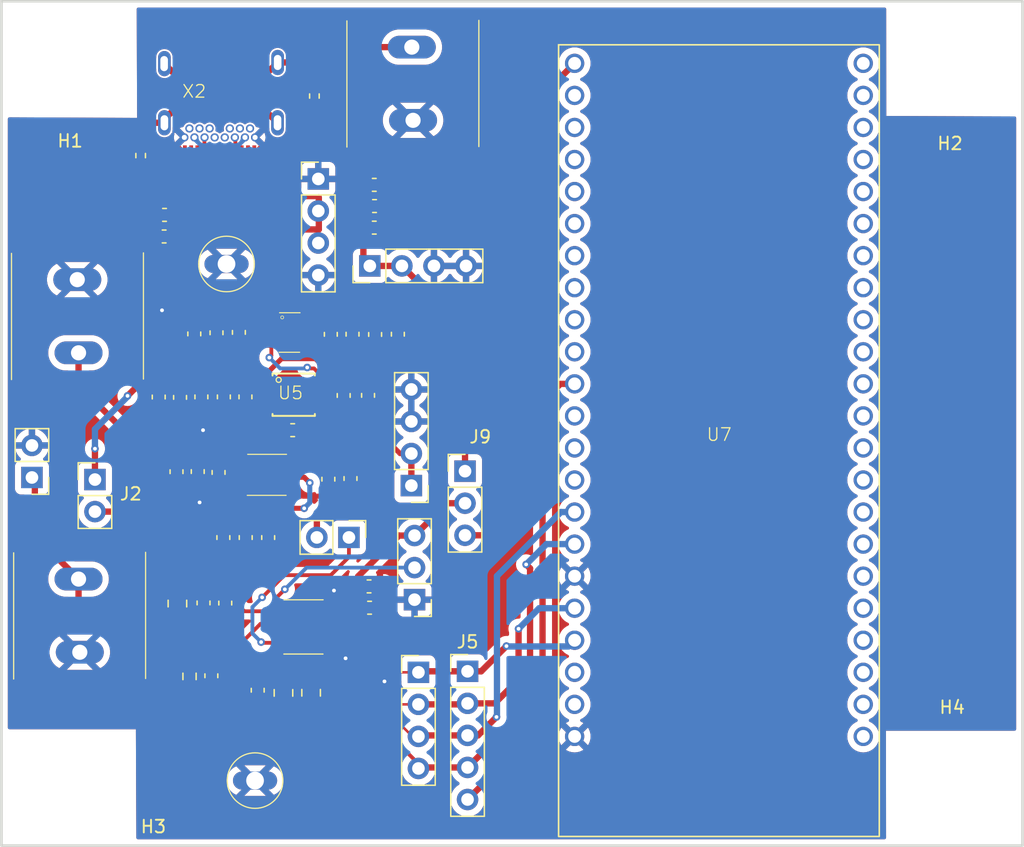
<source format=kicad_pcb>
(kicad_pcb (version 20240108) (generator "pcbnew") (generator_version "8.0")
  (title_block (title "Analog-Digital Converter Board"))
  (layers (0 "F.Cu" signal) (31 "B.Cu" signal) (34 "B.Paste" user) (35 "F.Paste" user) (36 "B.SilkS" user "B.Silkscreen") (37 "F.SilkS" user "F.Silkscreen") (38 "B.Mask" user) (39 "F.Mask" user) (44 "Edge.Cuts" user))
  (net 0 "")
  (net 1 "+5V")
  (net 2 "GND")
  (net 3 "Net-(U3-NR)")
  (net 4 "VREF_4096mV")
  (net 5 "Net-(J2-Pin_2)")
  (net 6 "Net-(J4-Pin_1)")
  (net 7 "Net-(U6-IN+)")
  (net 8 "Net-(U4-BYP)")
  (net 9 "+3,3V")
  (net 10 "+2,5V")
  (net 11 "Net-(U5-BYP)")
  (net 12 "10VDD_Sup")
  (net 13 "AINO")
  (net 14 "/BUSY")
  (net 15 "/SCK")
  (net 16 "/SDO")
  (net 17 "/CNV")
  (net 18 "Net-(J10-Pin_2)")
  (net 19 "Net-(R1-Pad1)")
  (net 20 "Net-(R2-Pad1)")
  (net 46 "/SS")
  (net 78 "Net-(J9-Pin_3)")
  (footprint "Capacitor_SMD:C_0603_1608Metric_Pad1.08x0.95mm_HandSolder" (layer "F.Cu") (at 125.11 102.01 -90)
    (property "Reference" "C6" (hide yes))
    (property "Value" "100n" (hide yes))
  )
  (footprint "Connector_PinHeader_2.54mm:PinHeader_1x04_P2.54mm_Vertical" (layer "F.Cu") (at 136.71 80.4825 90)
    (property "Reference" "J7" (hide yes))
    (property "Value" "MPE 087-004" (hide yes))
  )
  (footprint "Resistor_SMD:R_0402_1005Metric_Pad0.72x0.64mm_HandSolder" (layer "F.Cu") (at 118.56 71.74 -90)
    (property "Reference" "R2" (hide yes))
    (property "Value" "0")
  )
  (footprint "RIA_AKL_101-02:RIA_AKL_101-02" (layer "F.Cu") (at 112.54 84.47 90)
    (property "Reference" "X1" (hide yes))
    (property "Value" "~" (hide yes))
  )
  (footprint "Capacitor_SMD:C_0603_1608Metric_Pad1.08x0.95mm_HandSolder" (layer "F.Cu") (at 135.1788 97.3317 -90)
    (property "Reference" "C10" (hide yes))
    (property "Value" "100n" (hide yes))
  )
  (footprint "Capacitor_SMD:C_0603_1608Metric_Pad1.08x0.95mm_HandSolder" (layer "F.Cu") (at 138.93 85.895 -90)
    (property "Reference" "C32" (hide yes))
    (property "Value" "4,7u" (hide yes))
  )
  (footprint "Capacitor_SMD:C_0603_1608Metric_Pad1.08x0.95mm_HandSolder" (layer "F.Cu") (at 127.83 114.11 -90)
    (property "Reference" "C20" (hide yes))
    (property "Value" "4,7u" (hide yes))
  )
  (footprint "Connector_PinHeader_2.54mm:PinHeader_1x05_P2.54mm_Vertical" (layer "F.Cu") (at 144.45 112.61)
    (property "Reference" "J5")
    (property "Value" "Conn_01x05_Pin")
  )
  (footprint "Capacitor_SMD:C_0603_1608Metric_Pad1.08x0.95mm_HandSolder" (layer "F.Cu") (at 125.15 90.8625 -90)
    (property "Reference" "C31" (hide yes))
    (property "Value" "4,7u" (hide yes))
  )
  (footprint "Connector_PinHeader_2.54mm:PinHeader_1x03_P2.54mm_Vertical" (layer "F.Cu") (at 140.25 106.9325 180)
    (property "Reference" "J10" (hide yes))
    (property "Value" "MPE 087-002" (hide yes))
  )
  (footprint "Capacitor_SMD:C_0603_1608Metric_Pad1.08x0.95mm_HandSolder" (layer "F.Cu") (at 126.3396 85.7515 -90)
    (property "Reference" "C16" (hide yes))
    (property "Value" "100n" (hide yes))
  )
  (footprint "Connector_PinHeader_2.54mm:PinHeader_1x04_P2.54mm_Vertical" (layer "F.Cu") (at 140 97.8925 180)
    (property "Reference" "J8" (hide yes))
    (property "Value" "MPE 087-004" (hide yes))
  )
  (footprint "Capacitor_SMD:C_0603_1608Metric_Pad1.08x0.95mm_HandSolder" (layer "F.Cu") (at 137.0825 75.74)
    (property "Reference" "C30" (hide yes))
    (property "Value" "4,7u" (hide yes))
  )
  (footprint "MountingHole:MountingHole_3.5mm" (layer "F.Cu") (at 182.99 121.95)
    (property "Reference" "H4")
    (property "Value" "MountingHole_3.5mm")
  )
  (footprint "LT1761IS5-3.3TRMPBF:LT1761IS5-3.3TRMPBF" (layer "F.Cu") (at 130.35 85.845)
    (property "Reference" "U4")
    (property "Value" "~" (hide yes))
  )
  (footprint "Capacitor_SMD:C_0603_1608Metric_Pad1.08x0.95mm_HandSolder" (layer "F.Cu") (at 120.42 78.15)
    (property "Reference" "C2" (hide yes))
    (property "Value" "4,7u" (hide yes))
  )
  (footprint "LT1762EMS8-2.5#PBF:LT1762EMS8-2.5#PBF" (layer "F.Cu") (at 130.68 90.6925)
    (property "Reference" "U5")
    (property "Value" "~" (hide yes))
  )
  (footprint "Capacitor_SMD:C_0603_1608Metric_Pad1.08x0.95mm_HandSolder" (layer "F.Cu") (at 136.57 90.7425 -90)
    (property "Reference" "C14" (hide yes))
    (property "Value" "4,7u" (hide yes))
  )
  (footprint "RTM1_3:RTM1_3" (layer "F.Cu") (at 127.62 121.27)
    (property "Reference" "U2" (hide yes))
    (property "Value" "~" (hide yes))
  )
  (footprint "Capacitor_SMD:C_0805_2012Metric_Pad1.18x1.45mm_HandSolder" (layer "F.Cu") (at 132.06 114.31 -90)
    (property "Reference" "C23" (hide yes))
    (property "Value" "22u" (hide yes))
  )
  (footprint "Capacitor_SMD:C_0603_1608Metric_Pad1.08x0.95mm_HandSolder" (layer "F.Cu") (at 128.66 102.01 -90)
    (property "Reference" "C8" (hide yes))
    (property "Value" "4,7u" (hide yes))
  )
  (footprint "Capacitor_SMD:C_0603_1608Metric_Pad1.08x0.95mm_HandSolder" (layer "F.Cu") (at 124.73 96.85 -90)
    (property "Reference" "C5" (hide yes))
    (property "Value" "100n" (hide yes))
  )
  (footprint "Capacitor_SMD:C_0603_1608Metric_Pad1.08x0.95mm_HandSolder" (layer "F.Cu") (at 125.26 107.2025 -90)
    (property "Reference" "C19" (hide yes))
    (property "Value" "100n" (hide yes))
  )
  (footprint "Connector_PinHeader_2.54mm:PinHeader_1x02_P2.54mm_Vertical" (layer "F.Cu") (at 114.94 97.415)
    (property "Reference" "J2")
    (property "Value" "MPE 087-002" (hide yes))
  )
  (footprint "Capacitor_SMD:C_0603_1608Metric_Pad1.08x0.95mm_HandSolder" (layer "F.Cu") (at 119.99 90.8725 -90)
    (property "Reference" "C35" (hide yes))
    (property "Value" "100n" (hide yes))
  )
  (footprint "Capacitor_SMD:C_0603_1608Metric_Pad1.08x0.95mm_HandSolder" (layer "F.Cu") (at 137.0625 77.45)
    (property "Reference" "C28" (hide yes))
    (property "Value" "4,7u" (hide yes))
  )
  (footprint "Capacitor_SMD:C_0603_1608Metric_Pad1.08x0.95mm_HandSolder" (layer "F.Cu") (at 124.16 112.9625 90)
    (property "Reference" "C21" (hide yes))
    (property "Value" "10n" (hide yes))
  )
  (footprint "RIA_AKL_101-02:RIA_AKL_101-02" (layer "F.Cu") (at 141.135 66.045 -90)
    (property "Reference" "X4" (hide yes))
    (property "Value" "~" (hide yes))
  )
  (footprint "MountingHole:MountingHole_3.5mm" (layer "F.Cu") (at 182.8 64.13)
    (property "Reference" "H2")
    (property "Value" "MountingHole_3.5mm")
  )
  (footprint "Resistor_SMD:R_0402_1005Metric_Pad0.72x0.64mm_HandSolder" (layer "F.Cu") (at 132.32 67.02 -90)
    (property "Reference" "R1" (hide yes))
    (property "Value" "0")
  )
  (footprint "Capacitor_SMD:C_0603_1608Metric_Pad1.08x0.95mm_HandSolder" (layer "F.Cu") (at 122.8071 85.8715 -90)
    (property "Reference" "C11" (hide yes))
    (property "Value" "4,7u" (hide yes))
  )
  (footprint "Capacitor_SMD:C_0603_1608Metric_Pad1.08x0.95mm_HandSolder" (layer "F.Cu") (at 123.08 96.78 -90)
    (property "Reference" "C4" (hide yes))
    (property "Value" "4,7u" (hide yes))
  )
  (footprint "Connector_PinHeader_2.54mm:PinHeader_1x04_P2.54mm_Vertical" (layer "F.Cu") (at 140.56 112.69)
    (property "Reference" "J6" (hide yes))
    (property "Value" "MPE 087-002" (hide yes))
  )
  (footprint "Capacitor_SMD:C_0603_1608Metric_Pad1.08x0.95mm_HandSolder" (layer "F.Cu") (at 135.34 85.895 -90)
    (property "Reference" "C26" (hide yes))
    (property "Value" "4,7u" (hide yes))
  )
  (footprint "Capacitor_SMD:C_0603_1608Metric_Pad1.08x0.95mm_HandSolder" (layer "F.Cu") (at 137.13 85.915 -90)
    (property "Reference" "C29" (hide yes))
    (property "Value" "4,7u" (hide yes))
  )
  (footprint "Capacitor_SMD:C_0603_1608Metric_Pad1.08x0.95mm_HandSolder" (layer "F.Cu") (at 123.54 107.19 -90)
    (property "Reference" "C18" (hide yes))
    (property "Value" "4,7u" (hide yes))
  )
  (footprint "Capacitor_SMD:C_0603_1608Metric_Pad1.08x0.95mm_HandSolder" (layer "F.Cu") (at 134.64 90.75 -90)
    (property "Reference" "C12" (hide yes))
    (property "Value" "4,7u" (hide yes))
  )
  (footprint "Connector_PinHeader_2.54mm:PinHeader_1x03_P2.54mm_Vertical" (layer "F.Cu") (at 144.25 96.75)
    (property "Reference" "J9")
    (property "Value" "MPE 087-002" (hide yes))
  )
  (footprint "Capacitor_SMD:C_0603_1608Metric_Pad1.08x0.95mm_HandSolder" (layer "F.Cu") (at 121.68 90.9025 -90)
    (property "Reference" "C34" (hide yes))
    (property "Value" "4,7u" (hide yes))
  )
  (footprint "Capacitor_SMD:C_0603_1608Metric_Pad1.08x0.95mm_HandSolder" (layer "F.Cu") (at 130.6 93.5 180)
    (property "Reference" "C17" (hide yes))
    (property "Value" "100n" (hide yes))
  )
  (footprint "Capacitor_SMD:C_0603_1608Metric_Pad1.08x0.95mm_HandSolder" (layer "F.Cu") (at 126.86 90.8625 -90)
    (property "Reference" "C25" (hide yes))
    (property "Value" "10n" (hide yes))
  )
  (footprint "WE632723300011:WE632723300011" (layer "F.Cu") (at 124.98 66.49 180)
    (property "Reference" "X2")
    (property "Value" "~" (hide yes))
  )
  (footprint "Capacitor_SMD:C_0603_1608Metric_Pad1.08x0.95mm_HandSolder" (layer "F.Cu") (at 121.4 96.79 -90)
    (property "Reference" "C1" (hide yes))
    (property "Value" "4,7u" (hide yes))
  )
  (footprint "MountingHole:MountingHole_3.5mm" (layer "F.Cu") (at 112.77 64.19)
    (property "Reference" "H1")
    (property "Value" "MountingHole_3.5mm")
  )
  (footprint "Capacitor_SMD:C_0603_1608Metric_Pad1.08x0.95mm_HandSolder" (layer "F.Cu") (at 136.65 105.8825)
    (property "Reference" "C37" (hide yes))
    (property "Value" "100n" (hide yes))
  )
  (footprint "Capacitor_SMD:C_0805_2012Metric_Pad1.18x1.45mm_HandSolder" (layer "F.Cu") (at 121.47 107.24 -90)
    (property "Reference" "C15" (hide yes))
    (property "Value" "22u" (hide yes))
  )
  (footprint "Capacitor_SMD:C_0603_1608Metric_Pad1.08x0.95mm_HandSolder" (layer "F.Cu") (at 120.45 76.44)
    (property "Reference" "C3" (hide yes))
    (property "Value" "100n" (hide yes))
  )
  (footprint "Capacitor_SMD:C_0603_1608Metric_Pad1.08x0.95mm_HandSolder" (layer "F.Cu") (at 133.4262 97.3847 -90)
    (property "Reference" "C9" (hide yes))
    (property "Value" "4,7u" (hide yes))
  )
  (footprint "LTC6655LNCHMS8.4.096#PBF:LTC6655LNCHMS8.4.096#PBF" (layer "F.Cu") (at 128.62 97.165)
    (property "Reference" "U3" (hide yes))
    (property "Value" "~")
  )
  (footprint "RIA_AKL_101-02:RIA_AKL_101-02" (layer "F.Cu") (at 114.74 108.2 -90)
    (property "Reference" "X3" (hide yes))
    (property "Value" "~")
  )
  (footprint "Capacitor_SMD:C_0603_1608Metric_Pad1.08x0.95mm_HandSolder" (layer "F.Cu") (at 126.88 102.01 -90)
    (property "Reference" "C7" (hide yes))
    (property "Value" "4,7u" (hide yes))
  )
  (footprint "RTM1_3:RTM1_3" (layer "F.Cu") (at 125.36 80.33)
    (property "Reference" "U1" (hide yes))
    (property "Value" "~" (hide yes))
  )
  (footprint "Capacitor_SMD:C_0603_1608Metric_Pad1.08x0.95mm_HandSolder" (layer "F.Cu") (at 123.37 90.8625 -90)
    (property "Reference" "C27" (hide yes))
    (property "Value" "4,7u" (hide yes))
  )
  (footprint "Capacitor_SMD:C_0603_1608Metric_Pad1.08x0.95mm_HandSolder" (layer "F.Cu") (at 136.69 107.5725)
    (property "Reference" "C36" (hide yes))
    (property "Value" "4,7u" (hide yes))
  )
  (footprint "ESP32-S3:ESP32-S3" (layer "F.Cu") (at 165.63 92.37)
    (property "Reference" "U7")
    (property "Value" "~")
  )
  (footprint "Connector_PinHeader_2.54mm:PinHeader_1x02_P2.54mm_Vertical" (layer "F.Cu") (at 109.95 97.25 180)
    (property "Reference" "J3" (hide yes))
    (property "Value" "MPE 087-004" (hide yes))
  )
  (footprint "MountingHole:MountingHole_3.5mm" (layer "F.Cu") (at 112.63 121.89)
    (property "Reference" "H3")
    (property "Value" "MountingHole_3.5mm")
  )
  (footprint "Capacitor_SMD:C_0603_1608Metric_Pad1.08x0.95mm_HandSolder" (layer "F.Cu") (at 124.5671 85.7815 -90)
    (property "Reference" "C13" (hide yes))
    (property "Value" "4,7u" (hide yes))
  )
  (footprint "Connector_PinHeader_2.54mm:PinHeader_1x04_P2.54mm_Vertical" (layer "F.Cu") (at 132.63 73.59)
    (property "Reference" "J1" (hide yes))
    (property "Value" "MPE 087-004" (hide yes))
  )
  (footprint "Capacitor_SMD:C_0603_1608Metric_Pad1.08x0.95mm_HandSolder" (layer "F.Cu") (at 137.0625 74.06)
    (property "Reference" "C33" (hide yes))
    (property "Value" "100n" (hide yes))
  )
  (footprint "LTC2368IMS-16PBF:LTC2368IMS-16PBF" (layer "F.Cu") (at 131.46 109.0425)
    (property "Reference" "U6" (hide yes))
    (property "Value" "~")
  )
  (footprint "Capacitor_SMD:C_0603_1608Metric_Pad1.08x0.95mm_HandSolder" (layer "F.Cu") (at 133.62 85.905 -90)
    (property "Reference" "C24" (hide yes))
    (property "Value" "10n" (hide yes))
  )
  (footprint "Capacitor_SMD:C_0805_2012Metric_Pad1.18x1.45mm_HandSolder" (layer "F.Cu") (at 129.87 114.32 -90)
    (property "Reference" "C22" (hide yes))
    (property "Value" "22u" (hide yes))
  )
  (footprint "Resistor_SMD:R_0603_1608Metric_Pad0.98x0.95mm_HandSolder" (layer "F.Cu") (at 122.43 113.0125 -90)
    (property "Reference" "R3" (hide yes))
    (property "Value" "10" (hide yes))
  )
  (footprint "Connector_PinHeader_2.54mm:PinHeader_1x02_P2.54mm_Vertical" (layer "F.Cu") (at 135.055 102 -90)
    (property "Reference" "J4" (hide yes))
    (property "Value" "MPE 087-002" (hide yes))
  )
  (gr_rect (start 107.54 59.51) (end 188.4 126.42) (stroke (width 0.2)) (fill none) (layer "Edge.Cuts"))
  (segment (start 119.5875 75.4925) (end 119.5875 76.44) (width 0.3) (layer "F.Cu") (net 1))
  (segment (start 129.96 86.32) (end 129.96 85.26) (width 0.3) (layer "F.Cu") (net 1))
  (segment (start 119.5875 76.44) (end 119.5875 78.12) (width 0.3) (layer "F.Cu") (net 1))
  (segment (start 123.61 72.93) (end 124.23 73.55) (width 0.3) (layer "F.Cu") (net 1))
  (segment (start 136.5625 89.8875) (end 136.57 89.88) (width 0.3) (layer "F.Cu") (net 1))
  (segment (start 126.06 70.34) (end 126.02 70.3) (width 0.3) (layer "F.Cu") (net 1))
  (segment (start 131.56 90.1455) (end 131.943 89.7625) (width 0.4) (layer "F.Cu") (net 1))
  (segment (start 131.56 91.4505) (end 131.56 90.1455) (width 0.4) (layer "F.Cu") (net 1))
  (segment (start 131.943 89.7625) (end 132.73 89.7625) (width 0.4) (layer "F.Cu") (net 1))
  (segment (start 123.61 70.31) (end 123.61 72.93) (width 0.3) (layer "F.Cu") (net 1))
  (segment (start 122.8971 84.919) (end 122.8071 85.009) (width 0.2) (layer "F.Cu") (net 1))
  (segment (start 132.73 92.4425) (end 130.4225 94.75) (width 0.4) (layer "F.Cu") (net 1))
  (segment (start 132.7543 89.7382) (end 132.73 89.7625) (width 0.2) (layer "F.Cu") (net 1))
  (segment (start 131.822 91.7125) (end 131.56 91.4505) (width 0.4) (layer "F.Cu") (net 1))
  (segment (start 132.697544 89.017544) (end 132.697544 89.681444) (width 0.3) (layer "F.Cu") (net 1))
  (segment (start 131.75 88.5332) (end 131.8268 88.61) (width 0.3) (layer "F.Cu") (net 1))
  (segment (start 132.73 91.7125) (end 132.73 92.4425) (width 0.4) (layer "F.Cu") (net 1))
  (segment (start 128.91 86.745) (end 128.91 87.59) (width 0.3) (layer "F.Cu") (net 1))
  (segment (start 132.67 75.0525) (end 128.2125 75.0525) (width 0.3) (layer "F.Cu") (net 1))
  (segment (start 134.515 89.7625) (end 134.64 89.8875) (width 0.3) (layer "F.Cu") (net 1))
  (segment (start 123.15 95.9875) (end 123.08 95.9175) (width 0.3) (layer "F.Cu") (net 1))
  (segment (start 121.4 95.9275) (end 119.6275 95.9275) (width 0.5) (layer "F.Cu") (net 1))
  (segment (start 126.06 71.53) (end 126.06 70.34) (width 0.3) (layer "F.Cu") (net 1))
  (segment (start 127.495 94.94) (end 126.5 95.935) (width 0.4) (layer "F.Cu") (net 1))
  (segment (start 124.5671 84.919) (end 122.8971 84.919) (width 0.4) (layer "F.Cu") (net 1))
  (segment (start 128.91 86.745) (end 129.535 86.745) (width 0.3) (layer "F.Cu") (net 1))
  (segment (start 124.5971 84.889) (end 124.5671 84.919) (width 0.2) (layer "F.Cu") (net 1))
  (segment (start 129.96 85.26) (end 129.545 84.845) (width 0.3) (layer "F.Cu") (net 1))
  (segment (start 132.67 77.5925) (end 130.2375 77.5925) (width 0.5) (layer "F.Cu") (net 1))
  (segment (start 121.81 74.73) (end 120.35 74.73) (width 0.3) (layer "F.Cu") (net 1))
  (segment (start 126.6086 84.62) (end 126.3396 84.889) (width 0.2) (layer "F.Cu") (net 1))
  (segment (start 134.4907 89.7382) (end 132.7543 89.7382) (width 0.4) (layer "F.Cu") (net 1))
  (segment (start 123.08 95.9175) (end 121.41 95.9175) (width 0.4) (layer "F.Cu") (net 1))
  (segment (start 128.2125 75.0525) (end 126.06 72.9) (width 0.3) (layer "F.Cu") (net 1))
  (segment (start 128.91 87.59) (end 128.75 87.75) (width 0.3) (layer "F.Cu") (net 1))
  (segment (start 128.91 78.92) (end 128.91 84.845) (width 0.5) (layer "F.Cu") (net 1))
  (segment (start 126.06 72.9) (end 126.06 71.53) (width 0.3) (layer "F.Cu") (net 1))
  (segment (start 129.535 86.745) (end 129.96 86.32) (width 0.3) (layer "F.Cu") (net 1))
  (segment (start 123.61 72.93) (end 121.81 74.73) (width 0.3) (layer "F.Cu") (net 1))
  (segment (start 134.64 89.8875) (end 136.5625 89.8875) (width 0.4) (layer "F.Cu") (net 1))
  (segment (start 130.4225 94.75) (end 127.685 94.75) (width 0.4) (layer "F.Cu") (net 1))
  (segment (start 134.64 89.8875) (end 134.4907 89.7382) (width 0.2) (layer "F.Cu") (net 1))
  (segment (start 131.8268 88.61) (end 132.29 88.61) (width 0.3) (layer "F.Cu") (net 1))
  (segment (start 128.71158 86.79682) (end 128.7634 86.745) (width 0.15) (layer "F.Cu") (net 1))
  (segment (start 119.6275 95.9275) (end 113.64 89.94) (width 0.5) (layer "F.Cu") (net 1))
  (segment (start 128.866 84.889) (end 128.91 84.845) (width 0.2) (layer "F.Cu") (net 1))
  (segment (start 132.29 88.61) (end 132.697544 89.017544) (width 0.3) (layer "F.Cu") (net 1))
  (segment (start 126.3396 84.889) (end 128.866 84.889) (width 0.4) (layer "F.Cu") (net 1))
  (segment (start 120.35 74.73) (end 119.5875 75.4925) (width 0.3) (layer "F.Cu") (net 1))
  (segment (start 126.3396 84.889) (end 124.5971 84.889) (width 0.4) (layer "F.Cu") (net 1))
  (segment (start 123.62 70.3) (end 123.61 70.31) (width 0.3) (layer "F.Cu") (net 1))
  (segment (start 129.545 84.845) (end 128.91 84.845) (width 0.3) (layer "F.Cu") (net 1))
  (segment (start 128.7634 86.745) (end 128.91 86.745) (width 0.15) (layer "F.Cu") (net 1))
  (segment (start 132.73 91.7125) (end 131.822 91.7125) (width 0.4) (layer "F.Cu") (net 1))
  (segment (start 124.73 95.9875) (end 123.15 95.9875) (width 0.4) (layer "F.Cu") (net 1))
  (segment (start 132.697544 89.681444) (end 132.7543 89.7382) (width 0.15) (layer "F.Cu") (net 1))
  (segment (start 126.5 95.935) (end 126.5 96.585) (width 0.4) (layer "F.Cu") (net 1))
  (segment (start 119.5875 78.12) (end 119.5575 78.15) (width 0.3) (layer "F.Cu") (net 1))
  (segment (start 124.23 73.55) (end 125.41 73.55) (width 0.3) (layer "F.Cu") (net 1))
  (segment (start 127.685 94.75) (end 127.495 94.94) (width 0.4) (layer "F.Cu") (net 1))
  (segment (start 121.41 95.9175) (end 121.4 95.9275) (width 0.3) (layer "F.Cu") (net 1))
  (segment (start 124.7825 95.935) (end 124.73 95.9875) (width 0.3) (layer "F.Cu") (net 1))
  (segment (start 132.67 75.0525) (end 132.67 77.5925) (width 0.5) (layer "F.Cu") (net 1))
  (segment (start 130.2375 77.5925) (end 128.91 78.92) (width 0.5) (layer "F.Cu") (net 1))
  (segment (start 126.5 95.935) (end 124.7825 95.935) (width 0.4) (layer "F.Cu") (net 1))
  (segment (start 113.64 89.94) (end 113.64 87.37) (width 0.5) (layer "F.Cu") (net 1))
  (segment (start 125.41 73.55) (end 126.06 72.9) (width 0.3) (layer "F.Cu") (net 1))
  (via (at 128.75 87.75) (size 0.6) (drill 0.3) (layers "F.Cu" "B.Cu") (net 1))
  (via (at 131.75 88.5332) (size 0.6) (drill 0.3) (layers "F.Cu" "B.Cu") (net 1))
  (segment (start 129.61 88.61) (end 131.64 88.61) (width 0.3) (layer "B.Cu") (net 1))
  (segment (start 131.75 88.5) (end 131.75 88.5332) (width 0.15) (layer "B.Cu") (net 1))
  (segment (start 128.75 87.75) (end 129.61 88.61) (width 0.3) (layer "B.Cu") (net 1))
  (segment (start 131.64 88.61) (end 131.75 88.5) (width 0.3) (layer "B.Cu") (net 1))
  (segment (start 132.9434 98.73) (end 131.445 98.73) (width 0.4) (layer "F.Cu") (net 2))
  (segment (start 126.3396 86.614) (end 127.1586 85.795) (width 0.3) (layer "F.Cu") (net 2))
  (segment (start 133.52 107.3725) (end 133.52 106.56) (width 0.3) (layer "F.Cu") (net 2))
  (segment (start 138.97 86.7975) (end 138.93 86.7575) (width 0.2) (layer "F.Cu") (net 2))
  (segment (start 133.4262 98.2472) (end 133.4012 98.2722) (width 0.2) (layer "F.Cu") (net 2))
  (segment (start 132.7475 109.3725) (end 132.55 109.57) (width 0.15) (layer "F.Cu") (net 2))
  (segment (start 126.5 97.235) (end 126.5 97.885) (width 0.4) (layer "F.Cu") (net 2))
  (segment (start 120.02 91.765) (end 119.99 91.735) (width 0.2) (layer "F.Cu") (net 2))
  (segment (start 123.25 99.25) (end 123.2275 99.2275) (width 0.3) (layer "F.Cu") (net 2))
  (segment (start 133.52 109.3725) (end 132.7475 109.3725) (width 0.15) (layer "F.Cu") (net 2))
  (segment (start 131.445 98.73) (end 130.6 97.885) (width 0.4) (layer "F.Cu") (net 2))
  (segment (start 130.3528 109.1077) (end 130.108 109.3525) (width 0.3) (layer "F.Cu") (net 2))
  (segment (start 129.4 109.3525) (end 129.4 109.8525) (width 0.3) (layer "F.Cu") (net 2))
  (segment (start 129.4 108.3525) (end 130.0795 108.3525) (width 0.3) (layer "F.Cu") (net 2))
  (segment (start 130.3528 108.6258) (end 130.3528 109.1077) (width 0.3) (layer "F.Cu") (net 2))
  (segment (start 132.55 109.57) (end 132.55 110.23) (width 0.15) (layer "F.Cu") (net 2))
  (segment (start 121.2879 97.7646) (end 121.4 97.6525) (width 0.3) (layer "F.Cu") (net 2))
  (segment (start 135.1258 98.2472) (end 135.1788 98.1942) (width 0.2) (layer "F.Cu") (net 2))
  (segment (start 134.1225 110.3725) (end 133.52 110.3725) (width 0.2) (layer "F.Cu") (net 2))
  (segment (start 133.4012 98.2722) (end 132.9434 98.73) (width 0.4) (layer "F.Cu") (net 2))
  (segment (start 130.0795 108.3525) (end 130.3528 108.6258) (width 0.3) (layer "F.Cu") (net 2))
  (segment (start 134.79 111.04) (end 134.1225 110.3725) (width 0.2) (layer "F.Cu") (net 2))
  (segment (start 134.79 111.58) (end 134.79 111.04) (width 0.2) (layer "F.Cu") (net 2))
  (segment (start 137.5125 107.5325) (end 137.5525 107.5725) (width 0.2) (layer "F.Cu") (net 2))
  (segment (start 135.36 86.7775) (end 135.34 86.7575) (width 0.2) (layer "F.Cu") (net 2))
  (segment (start 127.1586 85.795) (end 128.91 85.795) (width 0.3) (layer "F.Cu") (net 2))
  (segment (start 128.91 85.795) (end 128.525 85.795) (width 0.2) (layer "F.Cu") (net 2))
  (segment (start 137.15 86.7575) (end 137.13 86.7775) (width 0.2) (layer "F.Cu") (net 2))
  (segment (start 130.108 109.3525) (end 129.4 109.3525) (width 0.3) (layer "F.Cu") (net 2))
  (segment (start 128.64 91.7125) (end 128.64 93.14) (width 0.4) (layer "F.Cu") (net 2))
  (segment (start 132.55 110.23) (end 132.6925 110.3725) (width 0.15) (layer "F.Cu") (net 2))
  (segment (start 129 93.5) (end 129.7375 93.5) (width 0.4) (layer "F.Cu") (net 2))
  (segment (start 121.72 91.725) (end 121.68 91.765) (width 0.2) (layer "F.Cu") (net 2))
  (segment (start 132.6925 110.3725) (end 133.52 110.3725) (width 0.15) (layer "F.Cu") (net 2))
  (segment (start 139.61 107.5725) (end 140.25 106.9325) (width 0.2) (layer "F.Cu") (net 2))
  (segment (start 128.64 93.14) (end 129 93.5) (width 0.4) (layer "F.Cu") (net 2))
  (segment (start 133.52 106.56) (end 133.87 106.21) (width 0.3) (layer "F.Cu") (net 2))
  (segment (start 133.4262 98.2472) (end 135.1258 98.2472) (width 0.4) (layer "F.Cu") (net 2))
  (via (at 133.87 106.21) (size 0.6) (drill 0.3) (layers "F.Cu" "B.Cu") (net 2))
  (via (at 123.2275 99.2275) (size 0.6) (drill 0.3) (layers "F.Cu" "B.Cu") (net 2))
  (via (at 134.79 111.58) (size 0.6) (drill 0.3) (layers "F.Cu" "B.Cu") (net 2))
  (via (at 120.25 84) (size 0.6) (drill 0.3) (layers "F.Cu" "B.Cu") (net 2))
  (via (at 137.87 113.41) (size 0.6) (drill 0.3) (layers "F.Cu" "B.Cu") (net 2))
  (via (at 123.5 93.5) (size 0.6) (drill 0.3) (layers "F.Cu" "B.Cu") (net 2))
  (segment (start 129.26 99.69) (end 128.66 100.29) (width 0.4) (layer "F.Cu") (net 3))
  (segment (start 128.66 100.29) (end 128.66 101.1475) (width 0.4) (layer "F.Cu") (net 3))
  (segment (start 126.88 101.1475) (end 125.11 101.1475) (width 0.4) (layer "F.Cu") (net 3))
  (segment (start 131.5158 97.235) (end 130.6 97.235) (width 0.4) (layer "F.Cu") (net 3))
  (segment (start 131.953 97.6722) (end 131.5158 97.235) (width 0.4) (layer "F.Cu") (net 3))
  (segment (start 128.66 101.1475) (end 126.88 101.1475) (width 0.4) (layer "F.Cu") (net 3))
  (segment (start 131.51 99.69) (end 129.26 99.69) (width 0.4) (layer "F.Cu") (net 3))
  (via (at 131.953 97.6722) (size 0.6) (drill 0.3) (layers "F.Cu" "B.Cu") (net 3))
  (via (at 131.51 99.69) (size 0.6) (drill 0.3) (layers "F.Cu" "B.Cu") (net 3))
  (segment (start 131.953 99.247) (end 131.953 97.6722) (width 0.4) (layer "B.Cu") (net 3))
  (segment (start 131.51 99.69) (end 131.953 99.247) (width 0.4) (layer "B.Cu") (net 3))
  (segment (start 130.6 96.585) (end 133.3634 96.585) (width 0.4) (layer "F.Cu") (net 4))
  (segment (start 136.1948 99.4918) (end 136.6012 99.0854) (width 0.5) (layer "F.Cu") (net 4))
  (segment (start 132.9182 101.6) (end 132.515 101.6) (width 0.3) (layer "F.Cu") (net 4))
  (segment (start 136.6012 97.2566) (end 135.8138 96.4692) (width 0.5) (layer "F.Cu") (net 4))
  (segment (start 132.515 101.6) (end 132.515 100.2506) (width 0.5) (layer "F.Cu") (net 4))
  (segment (start 136.6012 99.0854) (end 136.6012 97.2566) (width 0.5) (layer "F.Cu") (net 4))
  (segment (start 132.515 100.2506) (end 133.2738 99.4918) (width 0.5) (layer "F.Cu") (net 4))
  (segment (start 135.8138 96.4692) (end 135.1788 96.4692) (width 0.5) (layer "F.Cu") (net 4))
  (segment (start 133.3634 96.585) (end 133.4262 96.5222) (width 0.2) (layer "F.Cu") (net 4))
  (segment (start 133.4262 96.5222) (end 135.1258 96.5222) (width 0.4) (layer "F.Cu") (net 4))
  (segment (start 133.2738 99.4918) (end 136.1948 99.4918) (width 0.5) (layer "F.Cu") (net 4))
  (segment (start 135.1258 96.5222) (end 135.1788 96.4692) (width 0.2) (layer "F.Cu") (net 4))
  (segment (start 125.21 106.3275) (end 125.26 106.3775) (width 0.5) (layer "F.Cu") (net 5))
  (segment (start 123.54 106.3275) (end 125.2475 106.3275) (width 0.4) (layer "F.Cu") (net 5))
  (segment (start 123.54 106.3275) (end 121.595 106.3275) (width 0.2) (layer "F.Cu") (net 5))
  (segment (start 121.47 103.41) (end 118.015 99.955) (width 0.5) (layer "F.Cu") (net 5))
  (segment (start 125.2475 106.3275) (end 125.26 106.34) (width 0.2) (layer "F.Cu") (net 5))
  (segment (start 121.47 106.2025) (end 121.47 103.41) (width 0.5) (layer "F.Cu") (net 5))
  (segment (start 125.26 106.34) (end 126.7725 107.8525) (width 0.3) (layer "F.Cu") (net 5))
  (segment (start 126.7725 107.8525) (end 129.4 107.8525) (width 0.3) (layer "F.Cu") (net 5))
  (segment (start 121.595 106.3275) (end 121.47 106.2025) (width 0.2) (layer "F.Cu") (net 5))
  (segment (start 118.015 99.955) (end 114.94 99.955) (width 0.5) (layer "F.Cu") (net 5))
  (segment (start 123.425 106.2125) (end 123.54 106.3275) (width 0.2) (layer "F.Cu") (net 5))
  (segment (start 129.88 113.2725) (end 129.87 113.2825) (width 0.2) (layer "F.Cu") (net 6))
  (segment (start 127.865 113.2825) (end 127.83 113.2475) (width 0.2) (layer "F.Cu") (net 6))
  (segment (start 129.4 110.8525) (end 129.4 110.3525) (width 0.3) (layer "F.Cu") (net 6))
  (segment (start 135.055 102) (end 135.055 103.5526) (width 0.3) (layer "F.Cu") (net 6))
  (segment (start 128.1579 110.3525) (end 129.4 110.3525) (width 0.3) (layer "F.Cu") (net 6))
  (segment (start 129.4 111.6775) (end 127.83 113.2475) (width 0.3) (layer "F.Cu") (net 6))
  (segment (start 129.87 113.2825) (end 127.865 113.2825) (width 0.4) (layer "F.Cu") (net 6))
  (segment (start 129.4 110.8525) (end 129.4 111.6775) (width 0.3) (layer "F.Cu") (net 6))
  (segment (start 133.6176 104.99) (end 129.95 104.99) (width 0.3) (layer "F.Cu") (net 6))
  (segment (start 128.099215 110.293815) (end 128.1579 110.3525) (width 0.2) (layer "F.Cu") (net 6))
  (segment (start 132.06 113.2725) (end 129.88 113.2725) (width 0.4) (layer "F.Cu") (net 6))
  (segment (start 135.055 103.5526) (end 133.6176 104.99) (width 0.3) (layer "F.Cu") (net 6))
  (segment (start 129.95 104.99) (end 128.179968 106.760032) (width 0.3) (layer "F.Cu") (net 6))
  (segment (start 128.179968 106.760032) (end 128.179968 106.751439) (width 0.3) (layer "F.Cu") (net 6))
  (via (at 128.099215 110.293815) (size 0.6) (drill 0.3) (layers "F.Cu" "B.Cu") (net 6))
  (via (at 128.179968 106.751439) (size 0.6) (drill 0.3) (layers "F.Cu" "B.Cu") (net 6))
  (segment (start 128.099215 110.293815) (end 127.41 109.6046) (width 0.3) (layer "B.Cu") (net 6))
  (segment (start 127.41 109.6046) (end 127.41 107.521407) (width 0.3) (layer "B.Cu") (net 6))
  (segment (start 127.41 107.521407) (end 128.179968 106.751439) (width 0.3) (layer "B.Cu") (net 6))
  (segment (start 122.53 113.825) (end 122.43 113.925) (width 0.3) (layer "F.Cu") (net 7))
  (segment (start 126.46 113.27) (end 125.915 113.815) (width 0.3) (layer "F.Cu") (net 7))
  (segment (start 125.915 113.825) (end 124.16 113.825) (width 0.3) (layer "F.Cu") (net 7))
  (segment (start 128.0475 108.8525) (end 126.46 110.44) (width 0.3) (layer "F.Cu") (net 7))
  (segment (start 124.16 113.825) (end 122.53 113.825) (width 0.3) (layer "F.Cu") (net 7))
  (segment (start 129.4 108.8525) (end 128.0475 108.8525) (width 0.3) (layer "F.Cu") (net 7))
  (segment (start 125.915 113.815) (end 125.915 113.825) (width 0.3) (layer "F.Cu") (net 7))
  (segment (start 126.46 110.44) (end 126.46 113.27) (width 0.3) (layer "F.Cu") (net 7))
  (segment (start 131.8325 86.7675) (end 131.79 86.725) (width 0.3) (layer "F.Cu") (net 8))
  (segment (start 133.62 86.7675) (end 133.5775 86.725) (width 0.4) (layer "F.Cu") (net 8))
  (segment (start 133.5775 86.725) (end 131.875 86.725) (width 0.4) (layer "F.Cu") (net 8))
  (segment (start 136.2 77.45) (end 136.2 75.76) (width 0.5) (layer "F.Cu") (net 9))
  (segment (start 131.79 84.825) (end 133.4025 84.825) (width 0.4) (layer "F.Cu") (net 9))
  (segment (start 139.25 80.4825) (end 138.89 80.8425) (width 0.5) (layer "F.Cu") (net 9))
  (segment (start 136.11 73.97) (end 136.2 74.06) (width 0.2) (layer "F.Cu") (net 9))
  (segment (start 144.25 87.32) (end 141.9625 85.0325) (width 0.5) (layer "F.Cu") (net 9))
  (segment (start 137.415 63.145) (end 136.11 64.45) (width 0.5) (layer "F.Cu") (net 9))
  (segment (start 140.25 83.7125) (end 138.93 85.0325) (width 0.5) (layer "F.Cu") (net 9))
  (segment (start 136.71 80.4825) (end 139.25 80.4825) (width 0.5) (layer "F.Cu") (net 9))
  (segment (start 144.25 96.75) (end 144.25 87.32) (width 0.5) (layer "F.Cu") (net 9))
  (segment (start 137.13 85.0525) (end 138.91 85.0525) (width 0.4) (layer "F.Cu") (net 9))
  (segment (start 140.25 81.4825) (end 140.25 83.7125) (width 0.5) (layer "F.Cu") (net 9))
  (segment (start 136.22 75.74) (end 136.22 74.08) (width 0.5) (layer "F.Cu") (net 9))
  (segment (start 135.33 85.0425) (end 135.34 85.0325) (width 0.3) (layer "F.Cu") (net 9))
  (segment (start 136.2 75.76) (end 136.22 75.74) (width 0.3) (layer "F.Cu") (net 9))
  (segment (start 133.62 85.0425) (end 135.33 85.0425) (width 0.4) (layer "F.Cu") (net 9))
  (segment (start 138.97 85.0725) (end 138.93 85.0325) (width 0.2) (layer "F.Cu") (net 9))
  (segment (start 136.22 74.08) (end 136.2 74.06) (width 0.3) (layer "F.Cu") (net 9))
  (segment (start 133.4025 84.825) (end 133.62 85.0425) (width 0.3) (layer "F.Cu") (net 9))
  (segment (start 136.11 64.45) (end 136.11 73.97) (width 0.5) (layer "F.Cu") (net 9))
  (segment (start 139.1175 85.22) (end 138.93 85.0325) (width 0.3) (layer "F.Cu") (net 9))
  (segment (start 137.11 85.0325) (end 137.13 85.0525) (width 0.3) (layer "F.Cu") (net 9))
  (segment (start 140.035 63.145) (end 137.415 63.145) (width 0.5) (layer "F.Cu") (net 9))
  (segment (start 136.2 77.45) (end 136.2 79.9725) (width 0.5) (layer "F.Cu") (net 9))
  (segment (start 136.2 79.9725) (end 136.71 80.4825) (width 0.5) (layer "F.Cu") (net 9))
  (segment (start 135.34 85.0325) (end 137.11 85.0325) (width 0.4) (layer "F.Cu") (net 9))
  (segment (start 141.9625 85.0325) (end 138.93 85.0325) (width 0.5) (layer "F.Cu") (net 9))
  (segment (start 139.25 80.4825) (end 140.25 81.4825) (width 0.5) (layer "F.Cu") (net 9))
  (segment (start 128.64 90.4125) (end 128.64 89.7625) (width 0.4) (layer "F.Cu") (net 10))
  (segment (start 114.94 94.97) (end 114.94 97.415) (width 0.5) (layer "F.Cu") (net 10))
  (segment (start 121.72 90) (end 121.68 90.04) (width 0.2) (layer "F.Cu") (net 10))
  (segment (start 118.29 90.01) (end 119.99 90.01) (width 0.5) (layer "F.Cu") (net 10))
  (segment (start 137.1928 88.4428) (end 137.61 88.86) (width 0.4) (layer "F.Cu") (net 10))
  (segment (start 140 97.8925) (end 140 95.3525) (width 0.5) (layer "F.Cu") (net 10))
  (segment (start 123.37 90) (end 121.72 90) (width 0.4) (layer "F.Cu") (net 10))
  (segment (start 120.02 90.04) (end 119.99 90.01) (width 0.2) (layer "F.Cu") (net 10))
  (segment (start 133.009639 88.4428) (end 137.1928 88.4428) (width 0.4) (layer "F.Cu") (net 10))
  (segment (start 127.2725 90.4125) (end 126.86 90) (width 0.4) (layer "F.Cu") (net 10))
  (segment (start 121.68 90.04) (end 120.02 90.04) (width 0.4) (layer "F.Cu") (net 10))
  (segment (start 128.64 88.91) (end 129.7168 87.8332) (width 0.4) (layer "F.Cu") (net 10))
  (segment (start 137.61 93.86) (end 139.1025 95.3525) (width 0.4) (layer "F.Cu") (net 10))
  (segment (start 117.52 90.78) (end 118.29 90.01) (width 0.5) (layer "F.Cu") (net 10))
  (segment (start 128.64 89.7625) (end 128.64 88.91) (width 0.4) (layer "F.Cu") (net 10))
  (segment (start 129.7168 87.8332) (end 132.400039 87.8332) (width 0.4) (layer "F.Cu") (net 10))
  (segment (start 128.64 90.4125) (end 128.6375 90.41) (width 0.2) (layer "F.Cu") (net 10))
  (segment (start 137.61 88.86) (end 137.61 93.86) (width 0.4) (layer "F.Cu") (net 10))
  (segment (start 126.86 90) (end 125.15 90) (width 0.4) (layer "F.Cu") (net 10))
  (segment (start 128.64 90.4125) (end 127.2725 90.4125) (width 0.4) (layer "F.Cu") (net 10))
  (segment (start 125.15 90) (end 123.37 90) (width 0.4) (layer "F.Cu") (net 10))
  (segment (start 132.400039 87.8332) (end 133.009639 88.4428) (width 0.4) (layer "F.Cu") (net 10))
  (segment (start 139.1025 95.3525) (end 140 95.3525) (width 0.4) (layer "F.Cu") (net 10))
  (via (at 114.94 94.97) (size 0.6) (drill 0.3) (layers "F.Cu" "B.Cu") (net 10))
  (via (at 117.52 90.78) (size 0.6) (drill 0.3) (layers "F.Cu" "B.Cu") (net 10))
  (segment (start 114.94 93.42) (end 114.94 94.97) (width 0.5) (layer "B.Cu") (net 10))
  (segment (start 117.52 90.84) (end 114.94 93.42) (width 0.5) (layer "B.Cu") (net 10))
  (segment (start 127.515 91.07) (end 126.86 91.725) (width 0.4) (layer "F.Cu") (net 11))
  (segment (start 128.6325 91.07) (end 127.515 91.07) (width 0.4) (layer "F.Cu") (net 11))
  (segment (start 128.64 91.0625) (end 128.6325 91.07) (width 0.2) (layer "F.Cu") (net 11))
  (segment (start 140.25 101.8525) (end 139.0157 101.8525) (width 0.5) (layer "F.Cu") (net 12))
  (segment (start 135.5275 107.8725) (end 133.52 107.8725) (width 0.3) (layer "F.Cu") (net 12))
  (segment (start 144.25 99.29) (end 142.8125 99.29) (width 0.5) (layer "F.Cu") (net 12))
  (segment (start 135.7875 107.5325) (end 135.8275 107.5725) (width 0.2) (layer "F.Cu") (net 12))
  (segment (start 135.8275 107.5725) (end 135.5275 107.8725) (width 0.3) (layer "F.Cu") (net 12))
  (segment (start 135.7875 105.0807) (end 135.7875 105.8825) (width 0.5) (layer "F.Cu") (net 12))
  (segment (start 139.0157 101.8525) (end 135.7875 105.0807) (width 0.5) (layer "F.Cu") (net 12))
  (segment (start 142.8125 99.29) (end 140.25 101.8525) (width 0.5) (layer "F.Cu") (net 12))
  (segment (start 135.8275 105.9225) (end 135.7875 105.8825) (width 0.2) (layer "F.Cu") (net 12))
  (segment (start 135.7875 105.8825) (end 135.7875 107.5325) (width 0.4) (layer "F.Cu") (net 12))
  (segment (start 110.18 97.695) (end 110.18 101.84) (width 0.5) (layer "F.Cu") (net 13))
  (segment (start 113.64 107) (end 118.74 112.1) (width 0.5) (layer "F.Cu") (net 13))
  (segment (start 122.3 112.13) (end 122.45 111.98) (width 0.5) (layer "F.Cu") (net 13))
  (segment (start 113.64 105.3) (end 113.64 107) (width 0.5) (layer "F.Cu") (net 13))
  (segment (start 118.74 112.1) (end 122.43 112.1) (width 0.5) (layer "F.Cu") (net 13))
  (segment (start 109.73 97.245) (end 110.18 97.695) (width 0.5) (layer "F.Cu") (net 13))
  (segment (start 110.18 101.84) (end 113.64 105.3) (width 0.5) (layer "F.Cu") (net 13))
  (segment (start 140.64 117.69) (end 140.56 117.77) (width 0.2) (layer "F.Cu") (net 14))
  (segment (start 144.45 117.69) (end 140.64 117.69) (width 0.5) (layer "F.Cu") (net 14))
  (segment (start 134.20833 109.8725) (end 133.52 109.8725) (width 0.2) (layer "F.Cu") (net 14))
  (segment (start 140.08 117.77) (end 136.42 114.11) (width 0.2) (layer "F.Cu") (net 14))
  (segment (start 146.74 116.23) (end 145.28 117.69) (width 0.5) (layer "F.Cu") (net 14))
  (segment (start 136.42 114.11) (end 136.42 112.08417) (width 0.2) (layer "F.Cu") (net 14))
  (segment (start 136.42 112.08417) (end 134.20833 109.8725) (width 0.2) (layer "F.Cu") (net 14))
  (segment (start 145.28 117.69) (end 144.45 117.69) (width 0.5) (layer "F.Cu") (net 14))
  (segment (start 140.56 117.77) (end 140.08 117.77) (width 0.2) (layer "F.Cu") (net 14))
  (via (at 146.74 116.23) (size 0.6) (drill 0.3) (layers "F.Cu" "B.Cu") (net 14))
  (segment (start 151.848127 99.99) (end 152.93 99.99) (width 0.5) (layer "B.Cu") (net 14))
  (segment (start 146.78 116.19) (end 146.78 105.058127) (width 0.5) (layer "B.Cu") (net 14))
  (segment (start 146.74 116.23) (end 146.78 116.19) (width 0.5) (layer "B.Cu") (net 14))
  (segment (start 146.78 105.058127) (end 151.848127 99.99) (width 0.5) (layer "B.Cu") (net 14))
  (segment (start 144.45 115.15) (end 144.39 115.15) (width 0.2) (layer "F.Cu") (net 15))
  (segment (start 144.39 115.15) (end 144.31 115.23) (width 0.2) (layer "F.Cu") (net 15))
  (segment (start 148.49 109.24) (end 148.49 113.26) (width 0.5) (layer "F.Cu") (net 15))
  (segment (start 144.31 115.23) (end 140.56 115.23) (width 0.5) (layer "F.Cu") (net 15))
  (segment (start 148.49 113.26) (end 146.6 115.15) (width 0.5) (layer "F.Cu") (net 15))
  (segment (start 140.56 115.22) (end 140.56 115.23) (width 0.2) (layer "F.Cu") (net 15))
  (segment (start 138.262 115.23) (end 140.56 115.23) (width 0.2) (layer "F.Cu") (net 15))
  (segment (start 140.56 114.996186) (end 140.56 115.23) (width 0.2) (layer "F.Cu") (net 15))
  (segment (start 133.52 108.8725) (end 134.1995 108.8725) (width 0.2) (layer "F.Cu") (net 15))
  (segment (start 140.56 115.0076) (end 140.56 115.23) (width 0.2) (layer "F.Cu") (net 15))
  (segment (start 133.52 108.8725) (end 133.5985 108.794) (width 0.2) (layer "F.Cu") (net 15))
  (segment (start 136.906 111.579) (end 136.906 113.874) (width 0.2) (layer "F.Cu") (net 15))
  (segment (start 146.6 115.15) (end 144.45 115.15) (width 0.5) (layer "F.Cu") (net 15))
  (segment (start 136.906 113.874) (end 138.262 115.23) (width 0.2) (layer "F.Cu") (net 15))
  (segment (start 134.1995 108.8725) (end 136.906 111.579) (width 0.2) (layer "F.Cu") (net 15))
  (via (at 148.49 109.24) (size 0.6) (drill 0.3) (layers "F.Cu" "B.Cu") (net 15))
  (segment (start 150.12 107.61) (end 152.93 107.61) (width 0.5) (layer "B.Cu") (net 15))
  (segment (start 148.49 109.24) (end 150.12 107.61) (width 0.5) (layer "B.Cu") (net 15))
  (segment (start 134.2805 108.3725) (end 138.598 112.69) (width 0.2) (layer "F.Cu") (net 16))
  (segment (start 140.64 112.61) (end 140.56 112.69) (width 0.2) (layer "F.Cu") (net 16))
  (segment (start 145.53 112.61) (end 144.45 112.61) (width 0.5) (layer "F.Cu") (net 16))
  (segment (start 133.52 108.3725) (end 134.2805 108.3725) (width 0.2) (layer "F.Cu") (net 16))
  (segment (start 138.598 112.69) (end 140.56 112.69) (width 0.2) (layer "F.Cu") (net 16))
  (segment (start 144.45 112.61) (end 140.64 112.61) (width 0.5) (layer "F.Cu") (net 16))
  (segment (start 147.53 110.61) (end 145.53 112.61) (width 0.5) (layer "F.Cu") (net 16))
  (segment (start 140.55 112.68) (end 140.56 112.69) (width 0.2) (layer "F.Cu") (net 16))
  (via (at 147.53 110.61) (size 0.6) (drill 0.3) (layers "F.Cu" "B.Cu") (net 16))
  (segment (start 152.44 110.64) (end 152.93 110.15) (width 0.5) (layer "B.Cu") (net 16))
  (segment (start 147.53 110.61) (end 147.56 110.64) (width 0.5) (layer "B.Cu") (net 16))
  (segment (start 147.56 110.64) (end 152.44 110.64) (width 0.5) (layer "B.Cu") (net 16))
  (segment (start 140.56 119.94) (end 135.96 115.34) (width 0.3) (layer "F.Cu") (net 17))
  (segment (start 133.52 111.3) (end 133.52 110.8725) (width 0.3) (layer "F.Cu") (net 17))
  (segment (start 140.56 120.31) (end 140.56 120.3) (width 0.2) (layer "F.Cu") (net 17))
  (segment (start 135.96 113.74) (end 133.52 111.3) (width 0.3) (layer "F.Cu") (net 17))
  (segment (start 144.45 120.23) (end 140.64 120.23) (width 0.5) (layer "F.Cu") (net 17))
  (segment (start 144.45 120.23) (end 149.4 115.28) (width 0.5) (layer "F.Cu") (net 17))
  (segment (start 140.56 120.3) (end 140.56 119.94) (width 0.3) (layer "F.Cu") (net 17))
  (segment (start 149.4 115.28) (end 149.4 104.45) (width 0.5) (layer "F.Cu") (net 17))
  (segment (start 149.4 104.45) (end 149.09 104.14) (width 0.5) (layer "F.Cu") (net 17))
  (segment (start 140.64 120.23) (end 140.56 120.31) (width 0.2) (layer "F.Cu") (net 17))
  (segment (start 135.96 115.34) (end 135.96 113.74) (width 0.3) (layer "F.Cu") (net 17))
  (via (at 149.09 104.14) (size 0.6) (drill 0.3) (layers "F.Cu" "B.Cu") (net 17))
  (segment (start 149.09 104.14) (end 150.7 102.53) (width 0.5) (layer "B.Cu") (net 17))
  (segment (start 150.7 102.53) (end 152.93 102.53) (width 0.5) (layer "B.Cu") (net 17))
  (segment (start 129.4 106.69) (end 129.4 107.3525) (width 0.3) (layer "F.Cu") (net 18))
  (segment (start 129.9 106.19) (end 129.98 106.11) (width 0.3) (layer "F.Cu") (net 18))
  (segment (start 129.9 106.19) (end 129.4 106.69) (width 0.3) (layer "F.Cu") (net 18))
  (via (at 129.98 106.11) (size 0.6) (drill 0.3) (layers "F.Cu" "B.Cu") (net 18))
  (segment (start 131.6975 104.3925) (end 140.25 104.3925) (width 0.3) (layer "B.Cu") (net 18))
  (segment (start 129.98 106.11) (end 131.6975 104.3925) (width 0.3) (layer "B.Cu") (net 18))
  (segment (start 121.49 65.52) (end 128.25 65.52) (width 0.5) (layer "F.Cu") (net 19))
  (segment (start 128.25 65.52) (end 129.41 64.36) (width 0.5) (layer "F.Cu") (net 19))
  (segment (start 129.41 64.36) (end 130.3375 64.36) (width 0.5) (layer "F.Cu") (net 19))
  (segment (start 130.3375 64.36) (end 132.27 66.2925) (width 0.5) (layer "F.Cu") (net 19))
  (segment (start 120.42 64.45) (end 121.49 65.52) (width 0.5) (layer "F.Cu") (net 19))
  (segment (start 119.58 69.14) (end 120.44 69.14) (width 0.5) (layer "F.Cu") (net 20))
  (segment (start 118.56 70.16) (end 119.58 69.14) (width 0.5) (layer "F.Cu") (net 20))
  (segment (start 118.56 71.1425) (end 118.56 70.16) (width 0.5) (layer "F.Cu") (net 20))
  (segment (start 121.29 68.01) (end 128.27 68.01) (width 0.5) (layer "F.Cu") (net 20))
  (segment (start 128.27 68.01) (end 129.4 69.14) (width 0.5) (layer "F.Cu") (net 20))
  (segment (start 120.44 69.14) (end 120.44 68.86) (width 0.5) (layer "F.Cu") (net 20))
  (segment (start 120.44 68.86) (end 121.29 68.01) (width 0.5) (layer "F.Cu") (net 20))
  (segment (start 150.39 91.24) (end 151.8 89.83) (width 0.5) (layer "F.Cu") (net 46))
  (segment (start 144.45 122.77) (end 150.39 116.83) (width 0.5) (layer "F.Cu") (net 46))
  (segment (start 150.39 116.83) (end 150.39 91.24) (width 0.5) (layer "F.Cu") (net 46))
  (segment (start 151.8 89.83) (end 152.93 89.83) (width 0.5) (layer "F.Cu") (net 46))
  (segment (start 147.71 101.04) (end 146.92 101.83) (width 0.5) (layer "F.Cu") (net 78))
  (segment (start 152.93 64.43) (end 147.71 69.65) (width 0.5) (layer "F.Cu") (net 78))
  (segment (start 146.92 101.83) (end 144.25 101.83) (width 0.5) (layer "F.Cu") (net 78))
  (segment (start 147.71 69.65) (end 147.71 101.04) (width 0.5) (layer "F.Cu") (net 78))
  (zone (net 2) (net_name "GND") (layers "F&B.Cu") (connect_pads (clearance 0.5)) (min_thickness 0.25) (fill yes (thermal_gap 0.5) (thermal_bridge_width 0.5))
    (polygon (pts (xy 107.517246 59.630224) (xy 188.530031 59.612678) (xy 188.52924 126.455685) (xy 107.41924 126.545685)))
  )
  (zone (net 0) (net_name "") (layers "F&B.Cu") (connect_pads (clearance 0)) (min_thickness 0.25)
    (keepout (tracks allowed) (vias allowed) (pads allowed) (copperpour not_allowed) (footprints allowed))
    (fill (thermal_gap 0.5) (thermal_bridge_width 0.5))
    (polygon (pts (xy 177.58702 117.32) (xy 177.59702 126.45) (xy 188.342572 126.489173) (xy 188.30702 117.32)))
  )
  (zone (net 0) (net_name "") (layers "F&B.Cu") (connect_pads (clearance 0)) (min_thickness 0.25)
    (keepout (tracks allowed) (vias allowed) (pads allowed) (copperpour not_allowed) (footprints allowed))
    (fill (thermal_gap 0.5) (thermal_bridge_width 0.5))
    (polygon (pts (xy 107.463409 117.204362) (xy 107.473409 126.334362) (xy 118.218961 126.373535) (xy 118.183409 117.204362)))
  )
  (zone (net 0) (net_name "") (layers "F&B.Cu") (connect_pads (clearance 0)) (min_thickness 0.25)
    (keepout (tracks allowed) (vias allowed) (pads allowed) (copperpour not_allowed) (footprints allowed))
    (fill (thermal_gap 0.5) (thermal_bridge_width 0.5))
    (polygon (pts (xy 107.42433 59.572564) (xy 107.43433 68.702564) (xy 118.279882 68.751737) (xy 118.24433 59.582564)))
  )
  (zone (net 0) (net_name "") (layers "F&B.Cu") (connect_pads (clearance 0)) (min_thickness 0.25)
    (keepout (tracks allowed) (vias allowed) (pads allowed) (copperpour not_allowed) (footprints allowed))
    (fill (thermal_gap 0.5) (thermal_bridge_width 0.5))
    (polygon (pts (xy 177.604323 59.469904) (xy 177.614323 68.599904) (xy 188.359875 68.639077) (xy 188.324323 59.469904)))
  )
)
</source>
